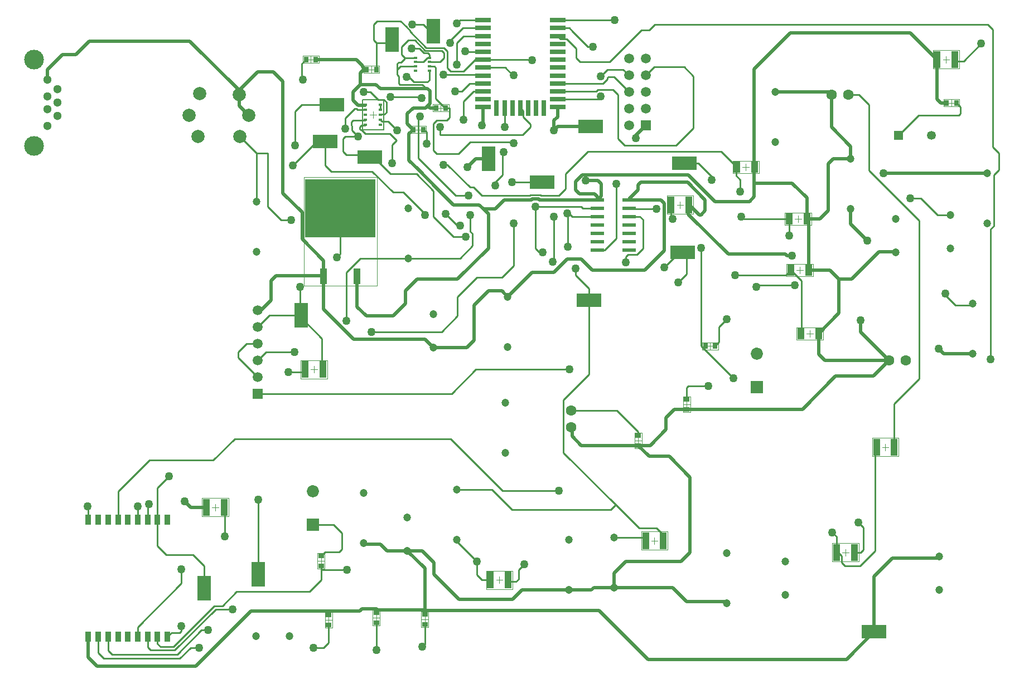
<source format=gtl>
G04*
G04 #@! TF.GenerationSoftware,Altium Limited,Altium Designer,18.0.11 (651)*
G04*
G04 Layer_Physical_Order=1*
G04 Layer_Color=255*
%FSLAX25Y25*%
%MOIN*%
G70*
G01*
G75*
%ADD17C,0.00800*%
%ADD19C,0.01000*%
%ADD20C,0.00394*%
%ADD21R,0.02362X0.01575*%
%ADD22R,0.04331X0.10236*%
%ADD23R,0.03543X0.02756*%
%ADD24R,0.02756X0.03543*%
%ADD25R,0.03543X0.05847*%
%ADD26R,0.04134X0.09449*%
%ADD27R,0.41929X0.35039*%
%ADD28R,0.09449X0.03150*%
%ADD29R,0.03150X0.09449*%
%ADD30R,0.08100X0.02400*%
%ADD31R,0.14961X0.07992*%
%ADD32R,0.07992X0.14961*%
%ADD33R,0.04331X0.06693*%
%ADD34R,0.01968X0.01378*%
%ADD61C,0.02000*%
%ADD62C,0.05118*%
%ADD63C,0.11811*%
%ADD64C,0.04724*%
%ADD65C,0.07284*%
%ADD66R,0.07284X0.07284*%
%ADD67C,0.05906*%
%ADD68R,0.05906X0.05906*%
%ADD69C,0.07874*%
%ADD70C,0.06299*%
%ADD71R,0.05315X0.05315*%
%ADD72C,0.05315*%
%ADD73C,0.05000*%
D17*
X319799Y429945D02*
Y448055D01*
X307201Y429945D02*
Y448055D01*
Y429945D02*
X319799D01*
X307201Y448055D02*
X319799D01*
D19*
X303530Y442500D02*
X304030Y442000D01*
X309000D01*
X662138Y446000D02*
X664500Y443638D01*
X661500Y325000D02*
X672000D01*
X263000Y285000D02*
X274000D01*
X517953Y300500D02*
X520315Y302862D01*
X318000Y439213D02*
X320213D01*
X271000Y460000D02*
Y469638D01*
X273362Y472000D01*
X282500Y169047D02*
X282500Y169047D01*
Y166685D02*
Y169047D01*
Y160500D02*
Y166685D01*
X297815D01*
X282500Y174953D02*
X284862Y177315D01*
X472000Y246953D02*
Y249315D01*
X321388Y440388D02*
Y446455D01*
X320213Y439213D02*
X321388Y440388D01*
X316657Y447843D02*
X320000D01*
X312000Y452500D02*
X316657Y447843D01*
X308000Y452500D02*
X312000D01*
X320000Y447843D02*
X321388Y446455D01*
X359000Y482500D02*
X367260Y490760D01*
X301500Y435500D02*
X309000D01*
X306500Y432500D02*
X309000D01*
X305500Y431500D02*
X306500Y432500D01*
X300500Y434500D02*
X301500Y435500D01*
X302500Y442500D02*
X303530D01*
X297000Y437000D02*
X302500Y442500D01*
X315453Y466000D02*
X315500Y466047D01*
Y482000D01*
X356500Y443000D02*
X359315D01*
X315500Y482000D02*
X325500D01*
X224500Y204000D02*
X225000Y203500D01*
Y186500D02*
Y203500D01*
X199000Y158500D02*
Y166000D01*
X172860Y132360D02*
X199000Y158500D01*
X206000Y175500D02*
X212500Y169000D01*
Y155500D02*
Y169000D01*
X190000Y175500D02*
X206000D01*
X172860Y126490D02*
Y132360D01*
X343500Y493000D02*
X349500Y487000D01*
X340500Y437000D02*
X341500Y438000D01*
X340500Y412843D02*
Y437000D01*
Y412843D02*
X362843Y390500D01*
X613500Y178000D02*
Y239130D01*
X604500Y169000D02*
X613500Y178000D01*
X595500Y169000D02*
X604500D01*
X305500Y430500D02*
Y431500D01*
Y430500D02*
X306000Y430000D01*
X309000Y427500D02*
X323500D01*
X306500Y430000D02*
X309000Y427500D01*
X306000Y430000D02*
X306500D01*
X371504Y395496D02*
X373504D01*
X358000Y409000D02*
X371504Y395496D01*
X355500Y409000D02*
X358000D01*
X378500Y390500D02*
X407100D01*
X373504Y395496D02*
X378500Y390500D01*
X386500Y396500D02*
Y398500D01*
X391000Y403000D01*
X362843Y390500D02*
X370500D01*
X397000Y422500D02*
X397500Y422000D01*
X371500Y422500D02*
X397000D01*
X403000Y427000D02*
X407500Y431500D01*
X353500Y427000D02*
X403000D01*
X353500D02*
Y431500D01*
X336500Y478500D02*
X341237D01*
X343937Y475800D01*
X346342D01*
X347071Y475071D01*
Y473000D02*
Y475071D01*
X339000Y470441D02*
X343441D01*
X346000Y473000D02*
X347071D01*
X343441Y470441D02*
X346000Y473000D01*
X335509Y488754D02*
X345263Y479000D01*
X335509Y488754D02*
Y489400D01*
X345263Y479000D02*
X355828D01*
X330500Y479500D02*
X334500Y483500D01*
X330500Y475000D02*
Y479500D01*
Y475000D02*
X332500Y473000D01*
X344600Y477400D02*
X354600D01*
X338500Y483500D02*
X344600Y477400D01*
X334500Y483500D02*
X338500D01*
X333400Y491509D02*
X335509Y489400D01*
X333400Y491509D02*
Y491600D01*
X330000Y495000D02*
X333400Y491600D01*
X354600Y477400D02*
X356000Y476000D01*
X355828Y479000D02*
X358000Y476828D01*
X337000Y493000D02*
X343500D01*
X337900Y458600D02*
X343663D01*
X335000Y461500D02*
X337900Y458600D01*
X343663D02*
X343763Y458500D01*
X333500Y461500D02*
X335000D01*
X328000Y463000D02*
X329000Y462000D01*
Y457500D02*
Y462000D01*
Y457500D02*
X329500Y457000D01*
X328000Y463000D02*
Y466000D01*
X329500Y457000D02*
X343000D01*
X347071Y459571D02*
Y465323D01*
X346000Y458500D02*
X347071Y459571D01*
X343763Y458500D02*
X346000D01*
X343000Y457000D02*
X345500Y454500D01*
X347071Y470441D02*
X353441D01*
X356000Y473000D01*
X318000Y442000D02*
Y445000D01*
X588000Y189000D02*
X590500Y186500D01*
Y177000D02*
Y186500D01*
X520315Y311815D02*
X525000Y316500D01*
X520315Y302862D02*
Y311815D01*
X244500Y292000D02*
X249500Y297000D01*
X266500D01*
X270500Y317500D02*
X283000Y305000D01*
Y287000D02*
Y305000D01*
X312500Y309000D02*
X354500D01*
X364000Y318500D01*
Y330000D01*
X375500Y341500D01*
X390500D01*
X397500Y348500D01*
Y374000D01*
X430000Y360000D02*
Y379500D01*
X410500Y359000D02*
Y384000D01*
X429500Y380000D02*
X430500D01*
X429500D02*
X430000Y379500D01*
X410500Y384000D02*
X438000D01*
X421500Y351500D02*
Y378000D01*
X410500Y359000D02*
X414000Y355500D01*
X391000Y416000D02*
X391500Y416500D01*
X392051Y431449D02*
Y442925D01*
X403150Y437579D02*
X407500Y433229D01*
Y431500D02*
Y433229D01*
X401500Y442925D02*
X403150Y441276D01*
Y437579D02*
Y441276D01*
X357500Y435500D02*
X359315Y437315D01*
X351500Y435500D02*
X357500D01*
X349500Y433500D02*
X351500Y435500D01*
X349500Y417500D02*
Y433500D01*
X271000Y460000D02*
X271500D01*
X651000Y379000D02*
X658500D01*
X641000Y389000D02*
X651000Y379000D01*
X634500Y389000D02*
X641000D01*
X562185Y366685D02*
Y376500D01*
X459000Y365000D02*
Y397500D01*
X452000Y358000D02*
X459000Y365000D01*
X447600Y358000D02*
X452000D01*
X434500Y343000D02*
X442500Y335000D01*
X434500Y343000D02*
Y347000D01*
X442500Y328000D02*
Y335000D01*
X491685Y377315D02*
X492500Y376500D01*
X491685Y377315D02*
Y385000D01*
X318000Y436000D02*
X319000Y435000D01*
X322500D01*
X328000Y429500D01*
X345000Y429185D02*
X345500Y428685D01*
Y421500D02*
Y428685D01*
X349500Y417500D02*
X351500Y415500D01*
X325000Y410000D02*
Y421000D01*
X327500Y423500D01*
X351000Y448500D02*
X356500Y443000D01*
X359315Y437315D02*
Y443000D01*
X351500Y415500D02*
X364500D01*
X361500Y366000D02*
X369000D01*
X364000Y372500D02*
X365500D01*
X349625Y377875D02*
X361500Y366000D01*
X371500Y369157D02*
Y379000D01*
X413900Y390500D02*
X424500D01*
X413400Y391000D02*
X413900Y390500D01*
X407600Y391000D02*
X413400D01*
X407100Y390500D02*
X407600Y391000D01*
X464000Y420500D02*
X494500D01*
X442000Y417000D02*
X521500D01*
X456929Y454000D02*
X460000Y450929D01*
Y424500D02*
Y450929D01*
Y424500D02*
X464000Y420500D01*
X494500D02*
X505000Y431000D01*
X474370Y186000D02*
X476370Y184000D01*
X457500Y186000D02*
X474370D01*
X363500Y183500D02*
Y184500D01*
Y183500D02*
X375500Y171500D01*
Y163500D02*
Y171500D01*
Y163500D02*
X378500Y160500D01*
X383685D01*
X684362Y402862D02*
X687500Y406000D01*
Y416000D01*
X684000Y419500D02*
X687500Y416000D01*
X661500Y471000D02*
X666500D01*
X677000Y481500D01*
X684362Y372400D02*
Y402862D01*
X682500Y292500D02*
Y370538D01*
X684362Y372400D01*
X664500Y439500D02*
Y443638D01*
X663500Y438500D02*
X664500Y439500D01*
X639500Y438500D02*
X663500D01*
X627500Y426500D02*
X639500Y438500D01*
X563185Y346000D02*
X569500Y339685D01*
Y308315D02*
Y339685D01*
X569185Y308000D02*
X569500Y308315D01*
X543500Y337000D02*
X565500D01*
X542500Y336000D02*
X543500Y337000D01*
X375000Y286500D02*
X431000D01*
X360500Y272000D02*
X375000Y286500D01*
X244500Y272000D02*
X360500D01*
X292000Y353500D02*
X294000Y355500D01*
Y383000D01*
X349500Y485598D02*
Y487000D01*
X316000Y495000D02*
X330000D01*
X172860Y204360D02*
X173000Y204500D01*
X172860Y196510D02*
Y204360D01*
X143000Y204500D02*
X143332Y204168D01*
Y196510D02*
Y204168D01*
X199000Y130000D02*
Y133000D01*
X198000Y129000D02*
X199000Y130000D01*
X193086Y129000D02*
X198000D01*
X190576Y126490D02*
X193086Y129000D01*
X466500Y383000D02*
X467000Y382500D01*
X483000D01*
X483500Y383000D01*
X371500Y369157D02*
X373000Y367657D01*
Y360500D02*
Y367657D01*
X365500Y353000D02*
X373000Y360500D01*
X421000Y351000D02*
X421500Y351500D01*
X414000Y355500D02*
X415000Y356500D01*
X357000Y379500D02*
X364000Y372500D01*
X344500Y379000D02*
Y379500D01*
X331500Y392500D02*
X344500Y379500D01*
X349625Y377875D02*
Y393375D01*
X339375Y403625D02*
X349625Y393375D01*
X325500Y392500D02*
X331500D01*
X313000Y405000D02*
X325500Y392500D01*
X288500Y405000D02*
X313000D01*
X285000Y408500D02*
X288500Y405000D01*
X285000Y408500D02*
Y423000D01*
X280000D02*
X285000D01*
X265500Y408500D02*
X280000Y423000D01*
X258500Y376000D02*
X264500D01*
X297000Y430500D02*
Y437000D01*
X250500Y384000D02*
X258500Y376000D01*
X250500Y384000D02*
Y416000D01*
X244000D02*
X250500D01*
X244000Y387000D02*
Y416000D01*
X234000Y426000D02*
X244000Y416000D01*
X379256Y467138D02*
X392362D01*
X397000Y462500D01*
X397500D01*
X391000Y403000D02*
Y416000D01*
X342000Y449500D02*
X342500Y449000D01*
X324000Y449500D02*
X342000D01*
X332500Y473000D02*
X339000D01*
X329882Y467882D02*
X339000D01*
X328000Y466000D02*
X329882Y467882D01*
X330250Y470250D02*
X332500Y472500D01*
X328750Y470250D02*
X330250D01*
X328000Y469500D02*
X328750Y470250D01*
X314000Y493000D02*
X316000Y495000D01*
X314000Y483500D02*
Y493000D01*
Y483500D02*
X315500Y482000D01*
X362500Y453000D02*
X366500D01*
X371189Y457689D01*
X432520Y488980D02*
X442000Y479500D01*
X445000D01*
X474000Y489500D02*
X478500D01*
X455000Y470500D02*
X474000Y489500D01*
X437343Y470500D02*
X455000D01*
X482000Y493000D02*
X681000D01*
X478500Y489500D02*
X482000Y493000D01*
X423744Y495484D02*
X458016D01*
X355500Y463000D02*
X378669D01*
X323500Y427500D02*
X327500Y423500D01*
X323875Y403625D02*
X339375D01*
X314000Y413500D02*
X323875Y403625D01*
X363500Y469000D02*
Y482000D01*
X359000Y482500D02*
X359500Y482000D01*
X363500D02*
X367535Y486035D01*
X351000Y448500D02*
Y467000D01*
X364500Y415500D02*
X371500Y422500D01*
X379256Y471862D02*
X408138D01*
X408500Y471500D01*
X374362Y471862D02*
X379256D01*
X367500Y465000D02*
X374362Y471862D01*
X360000Y465000D02*
X367500D01*
X358000Y467000D02*
X360000Y465000D01*
X358000Y467000D02*
Y476828D01*
X347071Y467882D02*
X350118D01*
X351000Y467000D01*
X498500Y356500D02*
X501000Y354000D01*
Y343500D02*
Y354000D01*
X496000Y338500D02*
X501000Y343500D01*
X464500Y350500D02*
Y353800D01*
X466000Y355300D01*
X432500Y378000D02*
X447600D01*
X430500Y380000D02*
X432500Y378000D01*
X368500Y477000D02*
X368913Y476587D01*
X379256D01*
X394315Y160500D02*
X395315Y159500D01*
X399000D01*
X400500Y161000D01*
Y166500D01*
X404000Y170000D01*
X439000Y383000D02*
X447600D01*
X438000Y384000D02*
X439000Y383000D01*
X424500Y390500D02*
X428500Y394500D01*
X396500Y398500D02*
X414500D01*
X367500Y436000D02*
Y447000D01*
X373465Y452965D01*
X379256D01*
X521500Y417000D02*
X531000Y407500D01*
X530500Y407000D02*
X531000Y407500D01*
X530500Y402500D02*
Y407000D01*
Y402500D02*
X533000Y400000D01*
Y393000D02*
Y400000D01*
X533500Y378000D02*
X535000Y376500D01*
X562185D01*
X428500Y403500D02*
X442000Y417000D01*
X428500Y394500D02*
Y403500D01*
X271000Y445000D02*
X289000D01*
X267000Y441000D02*
X271000Y445000D01*
X267000Y420500D02*
Y441000D01*
X300500Y432657D02*
Y434500D01*
Y432657D02*
X301000Y432157D01*
Y429500D02*
Y432157D01*
Y429500D02*
X304500Y426000D01*
X297000D02*
X304500D01*
X367535Y486035D02*
X379256D01*
X684000Y419500D02*
Y490000D01*
X681000Y493000D02*
X684000Y490000D01*
X435000Y472843D02*
X437343Y470500D01*
X435000Y472843D02*
Y478476D01*
X429090Y484386D02*
X435000Y478476D01*
X425394Y484386D02*
X429090D01*
X423744Y486035D02*
X425394Y484386D01*
X466000Y355300D02*
X471171D01*
X496500Y356500D02*
X498500D01*
X487500Y347500D02*
X496500Y356500D01*
X466500Y378000D02*
X473000D01*
X474871Y376129D01*
Y359000D02*
Y376129D01*
X471171Y355300D02*
X474871Y359000D01*
X334500Y353000D02*
X365500D01*
X270000Y319500D02*
X270500Y319000D01*
X270000Y319500D02*
Y336000D01*
X297500Y315500D02*
Y344665D01*
X305835Y353000D01*
X334500D01*
X233000Y293500D02*
X244500Y282000D01*
X233000Y293500D02*
Y297000D01*
X238000Y302000D01*
X244500D01*
Y312000D02*
X251500Y319000D01*
X270500D01*
Y317500D02*
Y319000D01*
X309500Y415000D02*
X311000Y413500D01*
X297500Y415000D02*
X309500D01*
X311500Y413500D02*
X314000D01*
X311000D02*
X311500D01*
X295500Y417000D02*
X297500Y415000D01*
X295500Y424500D02*
X297000Y426000D01*
X463000Y466000D02*
X466500Y462500D01*
X453500Y466000D02*
X463000D01*
X449500Y462000D02*
X453500Y466000D01*
X423744Y457689D02*
X450846D01*
X453500Y460343D01*
Y461000D02*
X454000Y461500D01*
X453500Y460343D02*
Y461000D01*
X447740Y448240D02*
X449500Y450000D01*
X447843Y454000D02*
X456929D01*
X446808Y452965D02*
X447843Y454000D01*
X423744Y452965D02*
X446808D01*
X423744Y448240D02*
X447740D01*
X505000Y431000D02*
Y462000D01*
X499500Y467500D02*
X505000Y462000D01*
X481500Y467500D02*
X499500D01*
X476500Y462500D02*
X481500Y467500D01*
X457500Y461500D02*
X466500Y452500D01*
X454000Y461500D02*
X457500D01*
X284862Y177315D02*
X293315D01*
X295000Y179000D01*
Y188500D01*
X290000Y193500D02*
X295000Y188500D01*
X277500Y193500D02*
X290000D01*
X432520Y488980D02*
Y489000D01*
X442500Y283500D02*
Y328000D01*
X427350Y268350D02*
X442500Y283500D01*
X560185Y343000D02*
X563185Y346000D01*
X530000Y343000D02*
X560185D01*
X295500Y417000D02*
Y424500D01*
X367260Y490760D02*
X379256D01*
X275500Y153500D02*
X282500Y160500D01*
X232000Y153500D02*
X275500D01*
X223500Y145000D02*
X232000Y153500D01*
X218672Y145000D02*
X223500D01*
X194172Y120500D02*
X218672Y145000D01*
X186500Y120500D02*
X194172D01*
X184671Y122329D02*
X186500Y120500D01*
X184671Y122329D02*
Y126490D01*
X287000Y123000D02*
Y133732D01*
X284000Y120000D02*
X287000Y123000D01*
X278000Y120000D02*
X284000D01*
X219500Y143000D02*
X229500D01*
X195000Y118500D02*
X219500Y143000D01*
X180500Y118500D02*
X195000D01*
X178765Y120235D02*
X180500Y118500D01*
X178765Y120235D02*
Y126490D01*
X315500Y118500D02*
Y135047D01*
X211000Y130500D02*
X215000D01*
X196500Y116000D02*
X211000Y130500D01*
X157500Y116000D02*
X196500D01*
X155143Y118357D02*
X157500Y116000D01*
X155143Y118357D02*
Y126490D01*
X204500Y120000D02*
X209500D01*
X198000Y113500D02*
X204500Y120000D01*
X152500Y113500D02*
X198000D01*
X149238Y116762D02*
Y126490D01*
Y116762D02*
X152500Y113500D01*
X593500Y171000D02*
Y175000D01*
Y171000D02*
X595500Y169000D01*
X591500Y177000D02*
X593500Y175000D01*
X590500Y177000D02*
X591500D01*
X606500Y178500D02*
Y192000D01*
X605000Y177000D02*
X606500Y178500D01*
X601130Y177000D02*
X605000D01*
X603500Y195000D02*
X606500Y192000D01*
X600630Y176500D02*
X601130Y177000D01*
X509685Y300500D02*
X529000Y281185D01*
X516000Y400000D02*
Y402000D01*
X508000Y410000D02*
X516000Y402000D01*
X499500Y410000D02*
X508000D01*
X509685Y300500D02*
Y359185D01*
X459315Y262000D02*
X472000Y249315D01*
X432000Y262000D02*
X459315D01*
X458500Y205500D02*
X472500Y191500D01*
X455500Y202500D02*
X458500Y205500D01*
X396500Y202500D02*
X455500D01*
X427350Y236650D02*
X458500Y205500D01*
X384500Y214500D02*
X396500Y202500D01*
X363500Y214500D02*
X384500D01*
X344500Y122000D02*
Y134047D01*
X343000Y120500D02*
X344500Y122000D01*
X184671Y180829D02*
X190000Y175500D01*
X184671Y180829D02*
Y196510D01*
X430760Y490760D02*
X432520Y489000D01*
X423744Y490760D02*
X430760D01*
X501000Y268453D02*
Y275500D01*
X502000Y276500D01*
X514000D01*
X391000Y214000D02*
X424500D01*
X360000Y245000D02*
X391000Y214000D01*
X230766Y245000D02*
X360000D01*
X217957Y232190D02*
X230766Y245000D01*
X179690Y232190D02*
X217957D01*
X161049Y213549D02*
X179690Y232190D01*
X161049Y196510D02*
Y213549D01*
X378669Y463000D02*
X379256Y462413D01*
X371189Y457689D02*
X379256D01*
X328000Y466000D02*
Y469500D01*
X184671Y215671D02*
X191500Y222500D01*
X184671Y196510D02*
Y215671D01*
X245000Y164000D02*
Y208500D01*
X178765Y205265D02*
X179500Y206000D01*
X178765Y196510D02*
Y205265D01*
X655500Y331000D02*
Y332000D01*
Y331000D02*
X661500Y325000D01*
X363500Y493500D02*
X365484Y495484D01*
X379256D01*
X672000Y325000D02*
Y326000D01*
X597500Y451000D02*
X604000D01*
X610000Y445000D01*
Y405500D02*
Y445000D01*
Y405500D02*
X640000Y375500D01*
Y281000D02*
Y375500D01*
X625000Y266000D02*
X640000Y281000D01*
X625000Y240000D02*
Y266000D01*
X427350Y236650D02*
Y268350D01*
X613500Y239130D02*
X614370Y240000D01*
X487000Y184000D02*
Y187500D01*
X483000Y191500D02*
X487000Y187500D01*
X472500Y191500D02*
X483000D01*
X332500Y472500D02*
Y473000D01*
X356000D02*
Y476000D01*
D20*
X311531Y439000D02*
X315469D01*
X313500Y437032D02*
Y440969D01*
X211311Y198488D02*
Y209512D01*
X227059Y198488D02*
Y209512D01*
X211311D02*
X227059D01*
X211311Y198488D02*
X227059D01*
X217216Y204000D02*
X221153D01*
X219185Y202031D02*
Y205968D01*
X280335Y167276D02*
X284665D01*
X280335Y176724D02*
X284665D01*
X280335Y167276D02*
Y176724D01*
X284665Y167276D02*
Y176724D01*
X282500Y170130D02*
Y173870D01*
X280630Y172000D02*
X284370D01*
X284835Y131961D02*
X289165D01*
X284835Y141410D02*
X289165D01*
X284835Y131961D02*
Y141410D01*
X289165Y131961D02*
Y141410D01*
X287000Y134815D02*
Y138555D01*
X285130Y136685D02*
X288870D01*
X498835Y270224D02*
X503165D01*
X498835Y260776D02*
X503165D01*
Y270224D01*
X498835Y260776D02*
Y270224D01*
X501000Y263630D02*
Y267370D01*
X499130Y265500D02*
X502870D01*
X313335Y133276D02*
X317665D01*
X313335Y142724D02*
X317665D01*
X313335Y133276D02*
Y142724D01*
X317665Y133276D02*
Y142724D01*
X315500Y136130D02*
Y139870D01*
X313630Y138000D02*
X317370D01*
X469835Y239276D02*
X474165D01*
X469835Y248724D02*
X474165D01*
X469835Y239276D02*
Y248724D01*
X474165Y239276D02*
Y248724D01*
X472000Y242130D02*
Y245870D01*
X470130Y244000D02*
X473870D01*
X342335Y132276D02*
X346665D01*
X342335Y141724D02*
X346665D01*
X342335Y132276D02*
Y141724D01*
X346665Y132276D02*
Y141724D01*
X344500Y135130D02*
Y138870D01*
X342630Y137000D02*
X346370D01*
X654461Y443835D02*
Y448165D01*
X663909Y443835D02*
Y448165D01*
X654461D02*
X663909D01*
X654461Y443835D02*
X663909D01*
X657315Y446000D02*
X661055D01*
X659185Y444130D02*
Y447870D01*
X519724Y298335D02*
Y302665D01*
X510276Y298335D02*
Y302665D01*
Y298335D02*
X519724D01*
X510276Y302665D02*
X519724D01*
X513130Y300500D02*
X516870D01*
X515000Y298630D02*
Y302370D01*
X271591Y469835D02*
Y474165D01*
X281039Y469835D02*
Y474165D01*
X271591D02*
X281039D01*
X271591Y469835D02*
X281039D01*
X274445Y472000D02*
X278185D01*
X276315Y470130D02*
Y473870D01*
X345224Y427835D02*
Y432165D01*
X335776Y427835D02*
Y432165D01*
Y427835D02*
X345224D01*
X335776Y432165D02*
X345224D01*
X338630Y430000D02*
X342370D01*
X340500Y428130D02*
Y431870D01*
X307776Y463835D02*
Y468165D01*
X317224Y463835D02*
Y468165D01*
X307776D02*
X317224D01*
X307776Y463835D02*
X317224D01*
X310630Y466000D02*
X314370D01*
X312500Y464130D02*
Y467870D01*
X349276Y440835D02*
Y445165D01*
X358724Y440835D02*
Y445165D01*
X349276D02*
X358724D01*
X349276Y440835D02*
X358724D01*
X352130Y443000D02*
X355870D01*
X354000Y441130D02*
Y444870D01*
X270311Y280988D02*
Y292012D01*
X286059Y280988D02*
Y292012D01*
X270311D02*
X286059D01*
X270311Y280988D02*
X286059D01*
X276217Y286500D02*
X280153D01*
X278185Y284531D02*
Y288469D01*
X473811Y178488D02*
Y189512D01*
X489559Y178488D02*
Y189512D01*
X473811D02*
X489559D01*
X473811Y178488D02*
X489559D01*
X479716Y184000D02*
X483653D01*
X481685Y182032D02*
Y185968D01*
X587941Y171488D02*
Y182512D01*
X603689Y171488D02*
Y182512D01*
X587941D02*
X603689D01*
X587941Y171488D02*
X603689D01*
X593847Y177000D02*
X597784D01*
X595815Y175031D02*
Y178969D01*
X381126Y154988D02*
Y166012D01*
X396874Y154988D02*
Y166012D01*
X381126D02*
X396874D01*
X381126Y154988D02*
X396874D01*
X387032Y160500D02*
X390968D01*
X389000Y158531D02*
Y162469D01*
X648126Y466488D02*
Y477512D01*
X663874Y466488D02*
Y477512D01*
X648126D02*
X663874D01*
X648126Y466488D02*
X663874D01*
X654032Y472000D02*
X657969D01*
X656000Y470031D02*
Y473969D01*
X489126Y379488D02*
Y390512D01*
X504874Y379488D02*
Y390512D01*
X489126D02*
X504874D01*
X489126Y379488D02*
X504874D01*
X495031Y385000D02*
X498969D01*
X497000Y383032D02*
Y386968D01*
X611811Y234488D02*
Y245512D01*
X627559Y234488D02*
Y245512D01*
X611811D02*
X627559D01*
X611811Y234488D02*
X627559D01*
X617717Y240000D02*
X621654D01*
X619685Y238032D02*
Y241968D01*
X272150Y336543D02*
X315850D01*
X272150Y401504D02*
X315850D01*
X272150Y336543D02*
Y401504D01*
X315850Y336543D02*
Y401504D01*
X294000Y367055D02*
Y370992D01*
X292032Y369024D02*
X295969D01*
X566626Y304260D02*
Y311740D01*
X582374Y304260D02*
Y311740D01*
X566626D02*
X582374D01*
X566626Y304260D02*
X582374D01*
X572532Y308000D02*
X576469D01*
X574500Y306031D02*
Y309968D01*
X559626Y372760D02*
Y380240D01*
X575374Y372760D02*
Y380240D01*
X559626D02*
X575374D01*
X559626Y372760D02*
X575374D01*
X565531Y376500D02*
X569468D01*
X567500Y374532D02*
Y378468D01*
X560626Y342260D02*
Y349740D01*
X576374Y342260D02*
Y349740D01*
X560626D02*
X576374D01*
X560626Y342260D02*
X576374D01*
X566532Y346000D02*
X570469D01*
X568500Y344032D02*
Y347969D01*
X528441Y403760D02*
Y411240D01*
X544189Y403760D02*
Y411240D01*
X528441D02*
X544189D01*
X528441Y403760D02*
X544189D01*
X534346Y407500D02*
X538283D01*
X536315Y405532D02*
Y409469D01*
D21*
X318000Y433000D02*
D03*
X309000D02*
D03*
Y436000D02*
D03*
X318000Y439000D02*
D03*
X309000D02*
D03*
X318000Y442000D02*
D03*
X309000D02*
D03*
X318000Y445000D02*
D03*
X309000D02*
D03*
X318000Y436000D02*
D03*
D22*
X213870Y204000D02*
D03*
X224500D02*
D03*
X272870Y286500D02*
D03*
X283500D02*
D03*
X476370Y184000D02*
D03*
X487000D02*
D03*
X590500Y177000D02*
D03*
X601130D02*
D03*
X383685Y160500D02*
D03*
X394315D02*
D03*
X650685Y472000D02*
D03*
X661315D02*
D03*
X491685Y385000D02*
D03*
X502315D02*
D03*
X614370Y240000D02*
D03*
X625000D02*
D03*
D23*
X282500Y169047D02*
D03*
Y174953D02*
D03*
X287000Y133732D02*
D03*
Y139638D02*
D03*
X501000Y268453D02*
D03*
Y262547D02*
D03*
X315500Y135047D02*
D03*
Y140953D02*
D03*
X472000Y241047D02*
D03*
Y246953D02*
D03*
X344500Y134047D02*
D03*
Y139953D02*
D03*
D24*
X656232Y446000D02*
D03*
X662138D02*
D03*
X517953Y300500D02*
D03*
X512047D02*
D03*
X273362Y472000D02*
D03*
X279268D02*
D03*
X343453Y430000D02*
D03*
X337547D02*
D03*
X309547Y466000D02*
D03*
X315453D02*
D03*
X351047Y443000D02*
D03*
X356953D02*
D03*
D25*
X143332Y196510D02*
D03*
X149238D02*
D03*
X155143D02*
D03*
X161049D02*
D03*
X166954D02*
D03*
X172860D02*
D03*
X178765D02*
D03*
X184671D02*
D03*
X190576D02*
D03*
Y126490D02*
D03*
X184671D02*
D03*
X178765D02*
D03*
X172860D02*
D03*
X166954D02*
D03*
X161049D02*
D03*
X155143D02*
D03*
X149238D02*
D03*
X143332D02*
D03*
D26*
X284000Y342252D02*
D03*
X304000D02*
D03*
D27*
X294000Y383000D02*
D03*
D28*
X423744Y495484D02*
D03*
Y490760D02*
D03*
Y486035D02*
D03*
Y481311D02*
D03*
Y476587D02*
D03*
Y471862D02*
D03*
Y467138D02*
D03*
Y462413D02*
D03*
Y457689D02*
D03*
Y452965D02*
D03*
Y448240D02*
D03*
Y443516D02*
D03*
X379256D02*
D03*
Y448240D02*
D03*
Y452965D02*
D03*
Y457689D02*
D03*
Y462413D02*
D03*
Y467138D02*
D03*
Y471862D02*
D03*
Y476587D02*
D03*
Y481311D02*
D03*
Y486035D02*
D03*
Y490760D02*
D03*
Y495484D02*
D03*
D29*
X415673Y442925D02*
D03*
X410949D02*
D03*
X406224D02*
D03*
X401500D02*
D03*
X396776D02*
D03*
X392051D02*
D03*
X387327D02*
D03*
D30*
X466500Y388000D02*
D03*
Y383000D02*
D03*
Y378000D02*
D03*
Y373000D02*
D03*
Y368000D02*
D03*
Y363000D02*
D03*
Y358000D02*
D03*
X447600D02*
D03*
Y363000D02*
D03*
Y368000D02*
D03*
Y373000D02*
D03*
Y378000D02*
D03*
Y383000D02*
D03*
Y388000D02*
D03*
D31*
X613000Y129500D02*
D03*
X443500Y432000D02*
D03*
X311500Y413500D02*
D03*
X289000Y445000D02*
D03*
X285000Y423000D02*
D03*
X442500Y328000D02*
D03*
X414500Y398500D02*
D03*
X498500Y356500D02*
D03*
X499500Y410000D02*
D03*
D32*
X270500Y319000D02*
D03*
X325000Y484000D02*
D03*
X349500Y489000D02*
D03*
X245000Y164000D02*
D03*
X212500Y155500D02*
D03*
X382500Y412500D02*
D03*
D33*
X569185Y308000D02*
D03*
X579815D02*
D03*
X562185Y376500D02*
D03*
X572815D02*
D03*
X563185Y346000D02*
D03*
X573815D02*
D03*
X531000Y407500D02*
D03*
X541630D02*
D03*
D34*
X347071Y473000D02*
D03*
Y465323D02*
D03*
Y467882D02*
D03*
Y470441D02*
D03*
X339000Y465323D02*
D03*
Y473000D02*
D03*
Y470441D02*
D03*
Y467882D02*
D03*
D61*
X541315Y398000D02*
Y466315D01*
X438500Y403000D02*
X502000D01*
X651500Y298500D02*
X652000D01*
X621000Y291000D02*
Y292000D01*
X493547Y262547D02*
X570047D01*
X308000Y466000D02*
Y466815D01*
X304500Y444500D02*
X309000D01*
X306815Y143315D02*
X315500D01*
X240500Y142000D02*
X305500D01*
X303547Y472000D02*
X307185Y468362D01*
X279268Y472000D02*
X303547D01*
X118874Y459913D02*
Y465874D01*
X128000Y475000D01*
X136000D01*
X144000Y483000D01*
X502000Y385500D02*
X508500Y379000D01*
X502000Y379315D02*
Y385500D01*
X255500Y342500D02*
X284000D01*
X144000Y483000D02*
X204000D01*
X201000Y207500D02*
X204500Y204000D01*
X213870D01*
X334000Y439500D02*
X337500Y443000D01*
X334000Y433547D02*
Y439500D01*
Y433547D02*
X337547Y430000D01*
X337500Y443000D02*
X345000D01*
X346208Y444208D02*
X347416Y445416D01*
X345000Y443000D02*
X346208Y444208D01*
X347416Y443000D02*
X351047D01*
X346208Y444208D02*
X347416Y443000D01*
Y445416D02*
Y453084D01*
X335000Y411500D02*
Y427453D01*
X337547Y430000D01*
X346000Y454500D02*
X347416Y453084D01*
X653000Y446000D02*
X656232D01*
X472000Y241047D02*
X479047D01*
X472000D02*
X478547Y234500D01*
X307185Y467630D02*
X308000Y466815D01*
X306000Y464000D02*
X308000Y466000D01*
X316315Y142500D02*
X344500D01*
X605000Y309000D02*
X622000Y292000D01*
X605000Y309000D02*
Y316000D01*
X599000Y373500D02*
X609000Y363500D01*
X599000Y373500D02*
Y382500D01*
X370000Y407500D02*
X375000Y412500D01*
X382500D01*
X421500Y429500D02*
X424000Y432000D01*
X443500D01*
X421500Y429500D02*
Y435500D01*
X423744Y437744D01*
Y443516D01*
X378500Y432500D02*
X379256Y433256D01*
Y443516D01*
X317750Y454500D02*
X345500D01*
X315250Y457000D02*
X317750Y454500D01*
X344500Y304500D02*
X349500Y299500D01*
X302000Y304500D02*
X344500D01*
X284000Y322500D02*
X302000Y304500D01*
X284000Y322500D02*
Y342252D01*
X599500Y340500D02*
X616000Y357000D01*
X625500D01*
X626000Y356500D01*
X592000Y340500D02*
X599500D01*
X618500Y404000D02*
X680500D01*
X560000Y355500D02*
X561000Y354500D01*
X564000D01*
X437864Y352500D02*
X444364Y346000D01*
X429500Y352500D02*
X437864D01*
X421500Y344500D02*
X429500Y352500D01*
X476000Y346000D02*
X487500Y357500D01*
X444364Y346000D02*
X476000D01*
X408500Y344500D02*
X421500D01*
X394000Y330000D02*
X408500Y344500D01*
X487500Y357500D02*
Y386000D01*
X335000Y411500D02*
X340375Y406125D01*
X361500Y385000D02*
X377000D01*
X352125Y394375D02*
X361500Y385000D01*
X352125Y394375D02*
Y394410D01*
X340410Y406125D02*
X352125Y394410D01*
X340375Y406125D02*
X340410D01*
X379500Y382500D02*
X382500Y379500D01*
X377000Y385000D02*
X379500Y382500D01*
X386500D01*
X392000Y388000D01*
X408136D01*
X408636Y388500D01*
X412364D01*
X412864Y388000D01*
X447600D01*
X450000Y390400D01*
Y397500D01*
X448000Y399500D02*
X450000Y397500D01*
X440500Y399500D02*
X448000D01*
X470500Y425000D02*
Y426500D01*
X476500Y432500D01*
X592000Y320185D02*
Y340500D01*
X579815Y308000D02*
X592000Y320185D01*
X586500Y346000D02*
X592000Y340500D01*
X573815Y346000D02*
X586500D01*
X345500Y454500D02*
X346000D01*
X485500Y388000D02*
X487500Y386000D01*
X466500Y388000D02*
X485500D01*
X508500Y379000D02*
X509500D01*
X502000Y379315D02*
X525815Y355500D01*
X434500Y399000D02*
X438500Y403000D01*
X502000D02*
X518000Y387000D01*
X472000Y397000D02*
X473500Y398500D01*
X472000Y394000D02*
Y397000D01*
X466500Y388500D02*
X472000Y394000D01*
X473500Y398500D02*
X501500D01*
X382500Y359000D02*
Y379500D01*
X364000Y340500D02*
X382500Y359000D01*
X340000Y340500D02*
X364000D01*
X259500Y392000D02*
Y459000D01*
Y392000D02*
X271035Y380465D01*
Y364652D02*
Y380465D01*
X254000Y464500D02*
X259500Y459000D01*
X306000Y457000D02*
X315250D01*
X501500Y398500D02*
X512000Y388000D01*
X509500Y379000D02*
X512000Y381500D01*
Y388000D01*
X518000Y387000D02*
X538500D01*
X541315Y389815D01*
Y398000D01*
X651500Y298500D02*
Y299000D01*
X652000Y298500D02*
X654500Y296000D01*
X672000D01*
X446000Y391500D02*
X447600Y389900D01*
X437000Y391500D02*
X446000D01*
X447600Y388000D02*
Y389900D01*
X466500Y388000D02*
Y388500D01*
X301500Y447500D02*
X304500Y444500D01*
X301500Y447500D02*
Y452500D01*
X207500Y109000D02*
X240500Y142000D01*
X148500Y109000D02*
X207500D01*
X143332Y114168D02*
X148500Y109000D01*
X143332Y114168D02*
Y126490D01*
X525815Y355500D02*
X560000D01*
X624000Y173500D02*
X651000D01*
X613000Y162500D02*
X624000Y173500D01*
X651000D02*
X652000Y174500D01*
X570047Y262547D02*
X590000Y282500D01*
X306000Y457000D02*
Y464000D01*
X307185Y467630D02*
Y468362D01*
X432500Y246500D02*
Y251500D01*
Y246500D02*
X437953Y241047D01*
X233500Y453500D02*
X244500Y464500D01*
X254000D01*
X204000Y483000D02*
X233500Y453500D01*
Y451000D02*
Y453500D01*
Y444178D02*
X239178Y438500D01*
X233500Y444178D02*
Y451000D01*
X284000Y342500D02*
Y351687D01*
Y342252D02*
Y342500D01*
X271035Y364652D02*
X284000Y351687D01*
X394000Y330000D02*
Y330000D01*
X390500Y333500D02*
X394000Y330000D01*
X369500Y299500D02*
X374000Y304000D01*
X349500Y299500D02*
X369500D01*
X374000Y304000D02*
Y325000D01*
X382500Y333500D01*
X390500D01*
X252500Y328000D02*
Y339500D01*
X255500Y342500D01*
X244500Y322000D02*
X246500D01*
X252500Y328000D01*
X586000Y452500D02*
X587500Y451000D01*
X554000Y452500D02*
X586000D01*
X587500Y431500D02*
Y451000D01*
Y431500D02*
X599000Y420000D01*
Y412500D02*
Y420000D01*
X650685Y448315D02*
X653000Y446000D01*
X650685Y448315D02*
Y472000D01*
X301500Y452500D02*
X306000Y457000D01*
X333000Y333500D02*
X340000Y340500D01*
X333000Y326000D02*
Y333500D01*
X325500Y318500D02*
X333000Y326000D01*
X309500Y318500D02*
X325500D01*
X304000Y324000D02*
X309500Y318500D01*
X304000Y324000D02*
Y342252D01*
X434500Y394000D02*
X437000Y391500D01*
X434500Y394000D02*
Y399000D01*
X588500Y412500D02*
X599000D01*
X585500Y409500D02*
X588500Y412500D01*
X585500Y381500D02*
Y409500D01*
X580500Y376500D02*
X585500Y381500D01*
X572815Y376500D02*
X580500D01*
X634685Y488000D02*
X650685Y472000D01*
X563000Y488000D02*
X634685D01*
X541315Y466315D02*
X563000Y488000D01*
X541315Y398000D02*
X564000D01*
X572815Y389185D01*
Y376500D02*
Y389185D01*
Y376500D02*
X573815Y375500D01*
Y346000D02*
Y375500D01*
X621000Y292000D02*
X622000D01*
X583500D02*
X621000D01*
X579815Y295685D02*
Y308000D01*
Y295685D02*
X583500Y292000D01*
X612500Y282500D02*
X621000Y291000D01*
X590000Y282500D02*
X612500D01*
X490500Y234500D02*
X503000Y222000D01*
X478547Y234500D02*
X490500D01*
X488500Y257500D02*
X493547Y262547D01*
X488500Y250500D02*
Y257500D01*
X479047Y241047D02*
X488500Y250500D01*
X432000Y252000D02*
X432500Y251500D01*
X437953Y241047D02*
X472000D01*
X365000Y149000D02*
X397000D01*
X402500Y154500D01*
X430500D01*
X613000Y129500D02*
Y162500D01*
X503000Y177000D02*
Y222000D01*
X497500Y171500D02*
X503000Y177000D01*
X464500Y171500D02*
X497500D01*
X457500Y164500D02*
X464500Y171500D01*
X457500Y156000D02*
Y164500D01*
X524000Y147500D02*
X525000Y146500D01*
X501000Y147500D02*
X524000D01*
X492500Y156000D02*
X501000Y147500D01*
X457500Y156000D02*
X492500D01*
X445500D02*
X457500D01*
X444000Y154500D02*
X445500Y156000D01*
X430500Y154500D02*
X444000D01*
X308000Y182500D02*
X308500Y182000D01*
X318000D01*
X322000Y178000D01*
X334000D01*
X343000D01*
X350000Y171000D01*
Y164000D02*
Y171000D01*
Y164000D02*
X365000Y149000D01*
X305500Y142000D02*
X306815Y143315D01*
X344500Y142500D02*
Y167500D01*
X315500Y143315D02*
X316315Y142500D01*
X334000Y178000D02*
X344500Y167500D01*
Y142315D02*
X448685D01*
X596500Y113000D02*
X613000Y129500D01*
X478000Y113000D02*
X596500D01*
X448685Y142315D02*
X478000Y113000D01*
D62*
X124874Y438378D02*
D03*
Y446252D02*
D03*
Y454126D02*
D03*
X118874Y432354D02*
D03*
Y442197D02*
D03*
Y450071D02*
D03*
Y459913D02*
D03*
D63*
X111000Y420268D02*
D03*
Y472000D02*
D03*
D64*
X263500Y127000D02*
D03*
X243500Y127000D02*
D03*
X560000Y151500D02*
D03*
Y171500D02*
D03*
X658500Y359000D02*
D03*
Y379000D02*
D03*
X652000Y154500D02*
D03*
Y174500D02*
D03*
X626000Y356500D02*
D03*
Y376500D02*
D03*
X349500Y299500D02*
D03*
Y319500D02*
D03*
X334000Y178000D02*
D03*
Y198000D02*
D03*
X334500Y383000D02*
D03*
X334500Y353000D02*
D03*
X363500Y184500D02*
D03*
Y214500D02*
D03*
X244000Y357000D02*
D03*
Y387000D02*
D03*
X394000Y330000D02*
D03*
X394000Y300000D02*
D03*
X430500Y154500D02*
D03*
Y184500D02*
D03*
X392500Y236500D02*
D03*
Y266500D02*
D03*
X554000Y422500D02*
D03*
Y452500D02*
D03*
X457500Y186000D02*
D03*
X457500Y156000D02*
D03*
X525000Y176500D02*
D03*
X525000Y146500D02*
D03*
X672000Y296000D02*
D03*
Y326000D02*
D03*
X680500Y374000D02*
D03*
Y404000D02*
D03*
X599000Y382500D02*
D03*
Y412500D02*
D03*
X308000Y212500D02*
D03*
X308000Y182500D02*
D03*
D65*
X277500Y213500D02*
D03*
X543000Y296000D02*
D03*
D66*
X277500Y193500D02*
D03*
X543000Y276000D02*
D03*
D67*
X244500Y322000D02*
D03*
Y312000D02*
D03*
Y302000D02*
D03*
Y292000D02*
D03*
Y282000D02*
D03*
X466500Y472500D02*
D03*
X476500D02*
D03*
X466500Y462500D02*
D03*
X476500D02*
D03*
X466500Y452500D02*
D03*
X476500D02*
D03*
X466500Y442500D02*
D03*
X476500D02*
D03*
X466500Y432500D02*
D03*
D68*
X244500Y272000D02*
D03*
X476500Y432500D02*
D03*
D69*
X203500Y438500D02*
D03*
X210000Y451500D02*
D03*
X209000Y426000D02*
D03*
X234000D02*
D03*
X233500Y451000D02*
D03*
X239178Y438500D02*
D03*
D70*
X432000Y252000D02*
D03*
Y262000D02*
D03*
X632000Y292000D02*
D03*
X622000D02*
D03*
X597500Y451000D02*
D03*
X587500D02*
D03*
D71*
X627500Y426500D02*
D03*
D72*
X647185Y426500D02*
D03*
D73*
X201000Y207500D02*
D03*
X199000Y167000D02*
D03*
X225000Y186500D02*
D03*
X605000Y316000D02*
D03*
X370000Y407500D02*
D03*
X386500Y396500D02*
D03*
X370500Y390500D02*
D03*
X378500Y432500D02*
D03*
X397500Y422000D02*
D03*
X336500Y478500D02*
D03*
X337000Y493000D02*
D03*
X333500Y461500D02*
D03*
X588000Y189000D02*
D03*
X525000Y316500D02*
D03*
X266500Y297000D02*
D03*
X263000Y285000D02*
D03*
X312500Y309000D02*
D03*
X397500Y374000D02*
D03*
X429500Y380000D02*
D03*
X391500Y416500D02*
D03*
X392051Y431449D02*
D03*
X353500Y431500D02*
D03*
X308000Y452500D02*
D03*
X271500Y460000D02*
D03*
X634500Y389000D02*
D03*
X562185Y366685D02*
D03*
X564000Y354500D02*
D03*
X459000Y397500D02*
D03*
X430000Y360000D02*
D03*
X434500Y347000D02*
D03*
X492500Y376500D02*
D03*
X328000Y429500D02*
D03*
X345500Y421500D02*
D03*
X325000Y410000D02*
D03*
X369000Y366000D02*
D03*
X365500Y372500D02*
D03*
X371500Y379000D02*
D03*
X440500Y399500D02*
D03*
X470500Y425000D02*
D03*
X375500Y171500D02*
D03*
X677000Y481500D02*
D03*
X682500Y292500D02*
D03*
X297815Y166685D02*
D03*
X565500Y337000D02*
D03*
X542500Y336000D02*
D03*
X431000Y286500D02*
D03*
X292000Y353500D02*
D03*
X421500Y429500D02*
D03*
X173000Y204500D02*
D03*
X143000D02*
D03*
X199000Y133000D02*
D03*
X483000Y382500D02*
D03*
X357000Y379500D02*
D03*
X344500Y379000D02*
D03*
X265500Y408500D02*
D03*
X264500Y376000D02*
D03*
X297000Y430500D02*
D03*
X324000Y449500D02*
D03*
X342500Y449000D02*
D03*
X341500Y438000D02*
D03*
X397500Y462500D02*
D03*
X362500Y453000D02*
D03*
X445000Y479500D02*
D03*
X458016Y495484D02*
D03*
X355500Y463000D02*
D03*
X363500Y469000D02*
D03*
X359500Y482000D02*
D03*
X408500Y471500D02*
D03*
X496000Y338500D02*
D03*
X421000Y351000D02*
D03*
X464500Y350500D02*
D03*
X368500Y477000D02*
D03*
X404000Y170000D02*
D03*
X415000Y356500D02*
D03*
X410500Y384000D02*
D03*
X396500Y398500D02*
D03*
X367500Y436000D02*
D03*
X533000Y393000D02*
D03*
X533500Y378000D02*
D03*
X355500Y409000D02*
D03*
X267000Y420500D02*
D03*
X304500Y426000D02*
D03*
X651500Y299000D02*
D03*
X487500Y347500D02*
D03*
X421500Y378000D02*
D03*
X270000Y336000D02*
D03*
X297500Y315500D02*
D03*
X449500Y462000D02*
D03*
Y450000D02*
D03*
X530000Y343000D02*
D03*
X278000Y120000D02*
D03*
X229500Y143000D02*
D03*
X315500Y118500D02*
D03*
X215000Y130500D02*
D03*
X209500Y120000D02*
D03*
X603500Y195000D02*
D03*
X529000Y281185D02*
D03*
X516000Y400000D02*
D03*
X509685Y359185D02*
D03*
X343000Y120500D02*
D03*
X514000Y276500D02*
D03*
X424500Y214000D02*
D03*
X191500Y222500D02*
D03*
X245000Y208500D02*
D03*
X179500Y206000D02*
D03*
X609000Y363500D02*
D03*
X655500Y332000D02*
D03*
X363500Y493500D02*
D03*
X618500Y404000D02*
D03*
M02*

</source>
